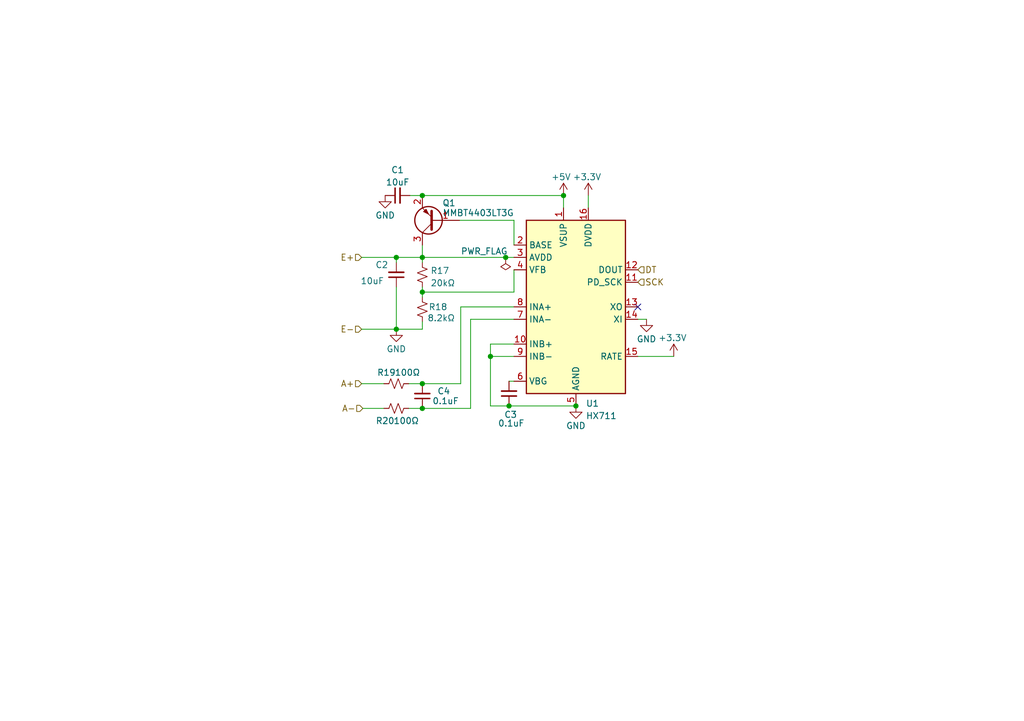
<source format=kicad_sch>
(kicad_sch (version 20211123) (generator eeschema)
  (paper "A5")
  (lib_symbols
    (symbol "Analog_ADC:HX711"
      (property "Reference" "U" (at 5.08 21.59 0))
      (property "Value" "HX711" (at 7.62 19.05 0))
      (symbol "HX711_0_1"
        (rectangle (start -10.16 17.78) (end 10.16 -17.78) (stroke (width 0.254)) (fill (type background)))
      )
      (symbol "HX711_1_1"
        (pin power_in line (at -2.54 20.32 270) (length 2.54) (name "VSUP") (number "1"))
        (pin input line (at -12.7 -7.62 0) (length 2.54) (name "INB+") (number "10"))
        (pin input line (at 12.7 5.08 180) (length 2.54) (name "PD_SCK") (number "11"))
        (pin output line (at 12.7 7.62 180) (length 2.54) (name "DOUT") (number "12"))
        (pin passive line (at 12.7 0 180) (length 2.54) (name "XO") (number "13"))
        (pin passive line (at 12.7 -2.54 180) (length 2.54) (name "XI") (number "14"))
        (pin input line (at 12.7 -10.16 180) (length 2.54) (name "RATE") (number "15"))
        (pin power_in line (at 2.54 20.32 270) (length 2.54) (name "DVDD") (number "16"))
        (pin passive line (at -12.7 12.7 0) (length 2.54) (name "BASE") (number "2"))
        (pin power_in line (at -12.7 10.16 0) (length 2.54) (name "AVDD") (number "3"))
        (pin input line (at -12.7 7.62 0) (length 2.54) (name "VFB") (number "4"))
        (pin power_in line (at 0 -20.32 90) (length 2.54) (name "AGND") (number "5"))
        (pin passive line (at -12.7 -15.24 0) (length 2.54) (name "VBG") (number "6"))
        (pin input line (at -12.7 -2.54 0) (length 2.54) (name "INA-") (number "7"))
        (pin input line (at -12.7 0 0) (length 2.54) (name "INA+") (number "8"))
        (pin input line (at -12.7 -10.16 0) (length 2.54) (name "INB-") (number "9"))
      )
    )
    (symbol "Device:C_Small" (pin_numbers hide) (pin_names (offset 0.254) hide)
      (property "Reference" "C" (at 0.254 1.778 0))
      (property "Value" "C_Small" (at 0.254 -2.032 0))
      (symbol "C_Small_0_1"
        (polyline (pts (xy -1.524 -0.508) (xy 1.524 -0.508)) (stroke (width 0.3302)))
        (polyline (pts (xy -1.524 0.508) (xy 1.524 0.508)) (stroke (width 0.3048)))
      )
      (symbol "C_Small_1_1"
        (pin passive line (at 0 2.54 270) (length 2.032) (name "~") (number "1"))
        (pin passive line (at 0 -2.54 90) (length 2.032) (name "~") (number "2"))
      )
    )
    (symbol "Device:R_Small_US" (pin_numbers hide) (pin_names (offset 0.254) hide)
      (property "Reference" "R" (at 0.762 0.508 0))
      (property "Value" "R_Small_US" (at 0.762 -1.016 0))
      (symbol "R_Small_US_1_1"
        (polyline (pts (xy 0 0) (xy 1.016 -0.381) (xy 0 -0.762) (xy -1.016 -1.143) (xy 0 -1.524)))
        (polyline (pts (xy 0 1.524) (xy 1.016 1.143) (xy 0 0.762) (xy -1.016 0.381) (xy 0 0)))
        (pin passive line (at 0 2.54 270) (length 1.016) (name "~") (number "1"))
        (pin passive line (at 0 -2.54 90) (length 1.016) (name "~") (number "2"))
      )
    )
    (symbol "Transistor_BJT:MMBT3906" (pin_names (offset 0) hide)
      (property "Reference" "Q" (at 5.08 1.905 0))
      (property "Value" "MMBT3906" (at 5.08 0 0))
      (symbol "MMBT3906_0_1"
        (polyline (pts (xy 0.635 0.635) (xy 2.54 2.54)))
        (polyline (pts (xy 0.635 -0.635) (xy 2.54 -2.54) (xy 2.54 -2.54)))
        (polyline (pts (xy 0.635 1.905) (xy 0.635 -1.905) (xy 0.635 -1.905)) (stroke (width 0.508)))
        (polyline (pts (xy 2.286 -1.778) (xy 1.778 -2.286) (xy 1.27 -1.27) (xy 2.286 -1.778) (xy 2.286 -1.778)) (fill (type outline)))
        (circle (center 1.27 0) (radius 2.8194) (stroke (width 0.254)))
      )
      (symbol "MMBT3906_1_1"
        (pin input line (at -5.08 0 0) (length 5.715) (name "B") (number "1"))
        (pin passive line (at 2.54 -5.08 90) (length 2.54) (name "E") (number "2"))
        (pin passive line (at 2.54 5.08 270) (length 2.54) (name "C") (number "3"))
      )
    )
    (symbol "power:+3.3V" (power) (pin_names (offset 0))
      (property "Value" "+3.3V" (at 0 3.556 0))
      (symbol "+3.3V_0_1"
        (polyline (pts (xy -0.762 1.27) (xy 0 2.54)))
        (polyline (pts (xy 0 0) (xy 0 2.54)))
        (polyline (pts (xy 0 2.54) (xy 0.762 1.27)))
      )
      (symbol "+3.3V_1_1"
        (pin power_in line (at 0 0 90) (length 0) hide (name "+3.3V") (number "1"))
      )
    )
    (symbol "power:+5V" (power) (pin_names (offset 0))
      (property "Value" "+5V" (at 0 3.556 0))
      (symbol "+5V_0_1"
        (polyline (pts (xy -0.762 1.27) (xy 0 2.54)))
        (polyline (pts (xy 0 0) (xy 0 2.54)))
        (polyline (pts (xy 0 2.54) (xy 0.762 1.27)))
      )
      (symbol "+5V_1_1"
        (pin power_in line (at 0 0 90) (length 0) hide (name "+5V") (number "1"))
      )
    )
    (symbol "power:GND" (power) (pin_names (offset 0))
      (property "Value" "GND" (at 0 -3.81 0))
      (symbol "GND_0_1"
        (polyline (pts (xy 0 0) (xy 0 -1.27) (xy 1.27 -1.27) (xy 0 -2.54) (xy -1.27 -1.27) (xy 0 -1.27)))
      )
      (symbol "GND_1_1"
        (pin power_in line (at 0 0 270) (length 0) hide (name "GND") (number "1"))
      )
    )
    (symbol "power:PWR_FLAG" (power) (pin_numbers hide) (pin_names (offset 0) hide)
      (property "Value" "PWR_FLAG" (at 0 3.81 0))
      (symbol "PWR_FLAG_0_0"
        (pin power_out line (at 0 0 90) (length 0) (name "pwr") (number "1"))
      )
      (symbol "PWR_FLAG_0_1"
        (polyline (pts (xy 0 0) (xy 0 1.27) (xy -1.016 1.905) (xy 0 2.54) (xy 1.016 1.905) (xy 0 1.27)))
      )
    )
  )
  (junction (at 86.614 52.832))
  (junction (at 115.57 40.132))
  (junction (at 86.614 59.944))
  (junction (at 100.584 73.152))
  (junction (at 86.614 83.82))
  (junction (at 103.7059 52.832))
  (junction (at 104.394 83.312))
  (junction (at 81.28 67.564))
  (junction (at 86.614 78.74))
  (junction (at 86.614 40.132))
  (junction (at 118.11 83.312))
  (junction (at 81.28 52.832))
  (no_connect (at 130.81 62.992))
  (wire (pts (xy 74.168 52.832) (xy 81.28 52.832)))
  (wire (pts (xy 84.074 40.132) (xy 86.614 40.132)))
  (wire (pts (xy 74.168 78.74) (xy 78.74 78.74)))
  (wire (pts (xy 86.614 67.564) (xy 81.28 67.564)))
  (wire (pts (xy 130.81 73.152) (xy 138.176 73.152)))
  (wire (pts (xy 105.41 45.212) (xy 105.41 50.292)))
  (wire (pts (xy 74.168 67.564) (xy 81.28 67.564)))
  (wire (pts (xy 86.614 59.944) (xy 105.41 59.944)))
  (wire (pts (xy 120.65 40.132) (xy 120.65 42.672)))
  (wire (pts (xy 104.394 78.232) (xy 105.41 78.232)))
  (wire (pts (xy 100.584 83.312) (xy 100.584 73.152)))
  (wire (pts (xy 86.614 59.944) (xy 86.614 60.96)))
  (wire (pts (xy 96.52 65.532) (xy 96.52 83.82)))
  (wire (pts (xy 83.82 78.74) (xy 86.614 78.74)))
  (wire (pts (xy 105.41 55.372) (xy 105.41 59.944)))
  (wire (pts (xy 86.614 40.132) (xy 115.57 40.132)))
  (wire (pts (xy 81.28 52.832) (xy 86.614 52.832)))
  (wire (pts (xy 105.41 70.612) (xy 100.584 70.612)))
  (wire (pts (xy 81.28 58.928) (xy 81.28 67.564)))
  (wire (pts (xy 103.7059 52.832) (xy 105.41 52.832)))
  (wire (pts (xy 130.81 65.532) (xy 132.588 65.532)))
  (wire (pts (xy 86.614 83.82) (xy 96.52 83.82)))
  (wire (pts (xy 81.28 52.832) (xy 81.28 53.848)))
  (wire (pts (xy 86.614 50.292) (xy 86.614 52.832)))
  (wire (pts (xy 94.488 62.992) (xy 105.41 62.992)))
  (wire (pts (xy 86.614 58.928) (xy 86.614 59.944)))
  (wire (pts (xy 100.584 70.612) (xy 100.584 73.152)))
  (wire (pts (xy 86.614 78.74) (xy 94.488 78.74)))
  (wire (pts (xy 94.234 45.212) (xy 105.41 45.212)))
  (wire (pts (xy 86.614 66.04) (xy 86.614 67.564)))
  (wire (pts (xy 86.614 52.832) (xy 103.7059 52.832)))
  (wire (pts (xy 86.614 53.848) (xy 86.614 52.832)))
  (wire (pts (xy 115.57 40.132) (xy 115.57 42.672)))
  (wire (pts (xy 100.584 73.152) (xy 105.41 73.152)))
  (wire (pts (xy 74.422 83.82) (xy 78.74 83.82)))
  (wire (pts (xy 96.52 65.532) (xy 105.41 65.532)))
  (wire (pts (xy 104.394 83.312) (xy 118.11 83.312)))
  (wire (pts (xy 94.488 62.992) (xy 94.488 78.74)))
  (wire (pts (xy 83.82 83.82) (xy 86.614 83.82)))
  (wire (pts (xy 100.584 83.312) (xy 104.394 83.312)))
  (hierarchical_label "A+" (shape input) (at 74.168 78.74 180))
  (hierarchical_label "SCK" (shape input) (at 130.81 57.912 0))
  (hierarchical_label "A-" (shape input) (at 74.422 83.82 180))
  (hierarchical_label "E-" (shape input) (at 74.168 67.564 180))
  (hierarchical_label "E+" (shape input) (at 74.168 52.832 180))
  (hierarchical_label "DT" (shape input) (at 130.81 55.372 0))
  (symbol (lib_id "Device:C_Small") (at 81.534 40.132 90) (unit 1)
    (property "Reference" "C1" (at 81.5403 34.8701 90))
    (property "Value" "10uF" (at 81.5403 37.407 90))
    (property "Footprint" "Capacitor_SMD:C_0603_1608Metric" (effects hide))
  )
  (symbol (lib_id "power:+3.3V") (at 138.176 73.152 0) (unit 1)
    (property "Reference" "#PWR064" (effects hide))
    (property "Value" "+3.3V" (at 137.922 69.342 0))
  )
  (symbol (lib_id "power:+3.3V") (at 120.65 40.132 0) (unit 1)
    (property "Reference" "#PWR08" (effects hide))
    (property "Value" "+3.3V" (at 120.396 36.322 0))
  )
  (symbol (lib_id "power:GND") (at 81.28 67.564 0) (unit 1)
    (property "Reference" "#PWR09" (effects hide))
    (property "Value" "GND" (at 81.28 71.628 0))
  )
  (symbol (lib_id "power:GND") (at 78.994 40.132 0) (unit 1)
    (property "Reference" "#PWR06" (effects hide))
    (property "Value" "GND" (at 78.994 44.196 0))
  )
  (symbol (lib_id "power:+5V") (at 115.57 40.132 0) (unit 1)
    (property "Reference" "#PWR07" (effects hide))
    (property "Value" "+5V" (at 115.062 36.322 0))
  )
  (symbol (lib_id "Analog_ADC:HX711") (at 118.11 62.992 0) (unit 1)
    (property "Reference" "U1" (at 120.1294 82.8024 0) (effects (justify left)))
    (property "Value" "HX711" (at 120.1294 85.3393 0) (effects (justify left)))
    (property "Footprint" "Package_SO:SOP-16_3.9x9.9mm_P1.27mm" (effects hide))
    (property "Datasheet" "https://cdn.sparkfun.com/datasheets/Sensors/ForceFlex/hx711_english.pdf" (effects hide))
  )
  (symbol (lib_id "power:GND") (at 132.588 65.532 0) (unit 1)
    (property "Reference" "#PWR010" (effects hide))
    (property "Value" "GND" (at 132.588 69.596 0))
  )
  (symbol (lib_id "Transistor_BJT:MMBT3906") (at 89.154 45.212 180) (unit 1)
    (property "Reference" "Q1" (at 93.472 41.656 0) (effects (justify left)))
    (property "Value" "MMBT4403LT3G" (at 105.41 43.688 0) (effects (justify left)))
    (property "Footprint" "Package_TO_SOT_SMD:SOT-23" (effects hide))
    (property "Datasheet" "https://www.onsemi.com/pub/Collateral/2N3906-D.PDF" (effects hide))
  )
  (symbol (lib_id "Device:C_Small") (at 81.28 56.388 180) (unit 1)
    (property "Reference" "C2" (at 76.962 54.356 0) (effects (justify right)))
    (property "Value" "10uF" (at 73.914 57.658 0) (effects (justify right)))
    (property "Footprint" "Capacitor_SMD:C_0603_1608Metric" (effects hide))
  )
  (symbol (lib_id "Device:R_Small_US") (at 86.614 63.5 180) (unit 1)
    (property "Reference" "R18" (at 87.884 62.992 0) (effects (justify right)))
    (property "Value" "8.2kΩ" (at 87.63 65.278 0) (effects (justify right)))
    (property "Footprint" "Resistor_SMD:R_0603_1608Metric" (effects hide))
  )
  (symbol (lib_id "Device:C_Small") (at 104.394 80.772 180) (unit 1)
    (property "Reference" "C3" (at 103.378 85.09 0) (effects (justify right)))
    (property "Value" "0.1uF" (at 102.108 86.868 0) (effects (justify right)))
    (property "Footprint" "Capacitor_SMD:C_0603_1608Metric" (effects hide))
  )
  (symbol (lib_id "Device:C_Small") (at 86.614 81.28 180) (unit 1)
    (property "Reference" "C4" (at 89.662 80.264 0) (effects (justify right)))
    (property "Value" "0.1uF" (at 88.646 82.296 0) (effects (justify right)))
    (property "Footprint" "Capacitor_SMD:C_0603_1608Metric" (effects hide))
  )
  (symbol (lib_id "power:GND") (at 118.11 83.312 0) (unit 1)
    (property "Reference" "#PWR011" (effects hide))
    (property "Value" "GND" (at 118.11 87.376 0))
  )
  (symbol (lib_id "Device:R_Small_US") (at 81.28 83.82 270) (unit 1)
    (property "Reference" "R20" (at 78.994 86.36 90))
    (property "Value" "100Ω" (at 83.312 86.36 90))
    (property "Footprint" "Resistor_SMD:R_0603_1608Metric" (effects hide))
  )
  (symbol (lib_id "Device:R_Small_US") (at 86.614 56.388 180) (unit 1)
    (property "Reference" "R17" (at 88.265 55.5533 0) (effects (justify right)))
    (property "Value" "20kΩ" (at 88.265 58.0902 0) (effects (justify right)))
    (property "Footprint" "Resistor_SMD:R_0603_1608Metric" (effects hide))
  )
  (symbol (lib_id "Device:R_Small_US") (at 81.28 78.74 270) (unit 1)
    (property "Reference" "R19" (at 79.248 76.454 90))
    (property "Value" "100Ω" (at 83.566 76.454 90))
    (property "Footprint" "Resistor_SMD:R_0603_1608Metric" (effects hide))
  )
  (symbol (lib_id "power:PWR_FLAG") (at 103.7059 52.832 180) (unit 1)
    (property "Reference" "#FLG04" (effects hide))
    (property "Value" "PWR_FLAG" (at 99.314 51.562 0))
  )
)
</source>
